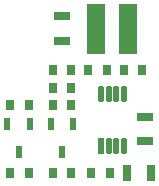
<source format=gtp>
G04*
G04 #@! TF.GenerationSoftware,Altium Limited,Altium Designer,18.1.6 (161)*
G04*
G04 Layer_Color=8421504*
%FSLAX44Y44*%
%MOMM*%
G71*
G01*
G75*
%ADD16R,0.6000X1.0000*%
%ADD17R,0.5000X1.3500*%
G04:AMPARAMS|DCode=18|XSize=0.5mm|YSize=1.35mm|CornerRadius=0.125mm|HoleSize=0mm|Usage=FLASHONLY|Rotation=180.000|XOffset=0mm|YOffset=0mm|HoleType=Round|Shape=RoundedRectangle|*
%AMROUNDEDRECTD18*
21,1,0.5000,1.1000,0,0,180.0*
21,1,0.2500,1.3500,0,0,180.0*
1,1,0.2500,-0.1250,0.5500*
1,1,0.2500,0.1250,0.5500*
1,1,0.2500,0.1250,-0.5500*
1,1,0.2500,-0.1250,-0.5500*
%
%ADD18ROUNDEDRECTD18*%
%ADD19R,0.8000X0.9500*%
%ADD20R,1.5000X4.2000*%
%ADD21R,1.4000X0.7500*%
%ADD22R,0.7500X1.4000*%
D16*
X162000Y97000D02*
D03*
X143000D02*
D03*
X152500Y73000D02*
D03*
X125050Y96900D02*
D03*
X106050D02*
D03*
X115550Y72900D02*
D03*
D17*
X185250Y77750D02*
D03*
D18*
X191750D02*
D03*
X198250D02*
D03*
X204750D02*
D03*
X185250Y122250D02*
D03*
X191750D02*
D03*
X198250D02*
D03*
X204750D02*
D03*
D19*
X144750Y55000D02*
D03*
X160250D02*
D03*
X144750Y112500D02*
D03*
X160250D02*
D03*
X124100Y55000D02*
D03*
X108600D02*
D03*
X108600Y112500D02*
D03*
X124100D02*
D03*
X144750Y142500D02*
D03*
X160250D02*
D03*
X174750D02*
D03*
X190250D02*
D03*
X192750Y55000D02*
D03*
X177250D02*
D03*
X144750Y127500D02*
D03*
X160250D02*
D03*
X220250Y142500D02*
D03*
X204750D02*
D03*
D20*
X208500Y177500D02*
D03*
X181500D02*
D03*
D21*
X152500Y167000D02*
D03*
Y188000D02*
D03*
X222500Y82000D02*
D03*
Y103000D02*
D03*
D22*
X207000Y55000D02*
D03*
X228000D02*
D03*
M02*

</source>
